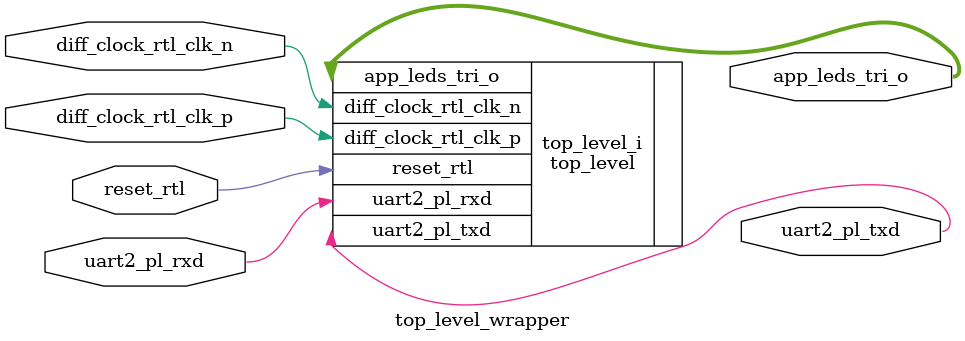
<source format=v>
`timescale 1 ps / 1 ps

module top_level_wrapper
   (app_leds_tri_o,
    diff_clock_rtl_clk_n,
    diff_clock_rtl_clk_p,
    reset_rtl,
    uart2_pl_rxd,
    uart2_pl_txd);
  output [7:0]app_leds_tri_o;
  input diff_clock_rtl_clk_n;
  input diff_clock_rtl_clk_p;
  input reset_rtl;
  input uart2_pl_rxd;
  output uart2_pl_txd;

  wire [7:0]app_leds_tri_o;
  wire diff_clock_rtl_clk_n;
  wire diff_clock_rtl_clk_p;
  wire reset_rtl;
  wire uart2_pl_rxd;
  wire uart2_pl_txd;

  top_level top_level_i
       (.app_leds_tri_o(app_leds_tri_o),
        .diff_clock_rtl_clk_n(diff_clock_rtl_clk_n),
        .diff_clock_rtl_clk_p(diff_clock_rtl_clk_p),
        .reset_rtl(reset_rtl),
        .uart2_pl_rxd(uart2_pl_rxd),
        .uart2_pl_txd(uart2_pl_txd));
endmodule

</source>
